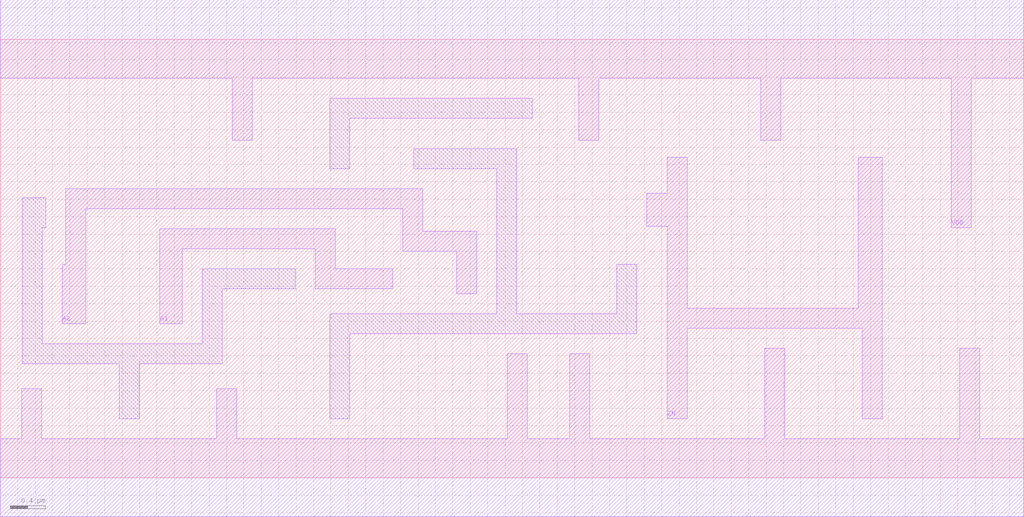
<source format=lef>
# Copyright 2022 GlobalFoundries PDK Authors
#
# Licensed under the Apache License, Version 2.0 (the "License");
# you may not use this file except in compliance with the License.
# You may obtain a copy of the License at
#
#      http://www.apache.org/licenses/LICENSE-2.0
#
# Unless required by applicable law or agreed to in writing, software
# distributed under the License is distributed on an "AS IS" BASIS,
# WITHOUT WARRANTIES OR CONDITIONS OF ANY KIND, either express or implied.
# See the License for the specific language governing permissions and
# limitations under the License.

MACRO gf180mcu_fd_sc_mcu9t5v0__xnor2_4
  CLASS core ;
  FOREIGN gf180mcu_fd_sc_mcu9t5v0__xnor2_4 0.0 0.0 ;
  ORIGIN 0 0 ;
  SYMMETRY X Y ;
  SITE GF018hv5v_green_sc9 ;
  SIZE 11.76 BY 5.04 ;
  PIN A1
    DIRECTION INPUT ;
    ANTENNAGATEAREA 2.1705 ;
    PORT
      LAYER Metal1 ;
        POLYGON 1.83 1.77 2.09 1.77 2.09 2.63 3.39 2.63 3.62 2.63 3.62 2.17 4.51 2.17 4.51 2.4 3.85 2.4 3.85 2.86 3.39 2.86 1.83 2.86  ;
    END
  END A1
  PIN A2
    DIRECTION INPUT ;
    ANTENNAGATEAREA 2.1705 ;
    PORT
      LAYER Metal1 ;
        POLYGON 0.71 1.77 0.985 1.77 0.985 3.09 3.39 3.09 4.625 3.09 4.625 2.6 5.245 2.6 5.245 2.115 5.475 2.115 5.475 2.83 4.855 2.83 4.855 3.32 3.39 3.32 0.755 3.32 0.755 2.455 0.71 2.455  ;
    END
  END A2
  PIN ZN
    DIRECTION OUTPUT ;
    ANTENNADIFFAREA 3.459 ;
    PORT
      LAYER Metal1 ;
        POLYGON 7.43 2.89 7.665 2.89 7.665 0.68 7.895 0.68 7.895 1.72 9.905 1.72 9.905 0.68 10.135 0.68 10.135 3.685 9.855 3.685 9.855 1.95 7.895 1.95 7.895 3.685 7.665 3.685 7.665 3.27 7.43 3.27  ;
    END
  END ZN
  PIN VDD
    DIRECTION INOUT ;
    USE power ;
    SHAPE ABUTMENT ;
    PORT
      LAYER Metal1 ;
        POLYGON 0 4.59 2.665 4.59 2.665 3.875 2.895 3.875 2.895 4.59 3.39 4.59 6.11 4.59 6.645 4.59 6.645 3.875 6.875 3.875 6.875 4.59 7.315 4.59 8.735 4.59 8.735 3.875 8.965 3.875 8.965 4.59 10.925 4.59 10.925 2.875 11.155 2.875 11.155 4.59 11.76 4.59 11.76 5.49 7.315 5.49 6.11 5.49 3.39 5.49 0 5.49  ;
    END
  END VDD
  PIN VSS
    DIRECTION INOUT ;
    USE ground ;
    SHAPE ABUTMENT ;
    PORT
      LAYER Metal1 ;
        POLYGON 0 -0.45 11.76 -0.45 11.76 0.45 11.255 0.45 11.255 1.49 11.025 1.49 11.025 0.45 9.015 0.45 9.015 1.49 8.785 1.49 8.785 0.45 6.775 0.45 6.775 1.425 6.545 1.425 6.545 0.45 6.055 0.45 6.055 1.425 5.825 1.425 5.825 0.45 2.715 0.45 2.715 1.02 2.485 1.02 2.485 0.45 0.475 0.45 0.475 1.02 0.245 1.02 0.245 0.45 0 0.45  ;
    END
  END VSS
  OBS
      LAYER Metal1 ;
        POLYGON 0.25 1.31 1.365 1.31 1.365 0.68 1.595 0.68 1.595 1.31 2.55 1.31 2.55 2.17 3.39 2.17 3.39 2.4 2.32 2.4 2.32 1.54 0.48 1.54 0.48 2.875 0.525 2.875 0.525 3.215 0.25 3.215  ;
        POLYGON 3.785 3.55 4.015 3.55 4.015 4.13 6.11 4.13 6.11 4.36 3.785 4.36  ;
        POLYGON 4.75 3.55 5.705 3.55 5.705 1.885 3.785 1.885 3.785 0.68 4.015 0.68 4.015 1.655 7.315 1.655 7.315 2.455 7.085 2.455 7.085 1.885 5.935 1.885 5.935 3.78 4.75 3.78  ;
  END
END gf180mcu_fd_sc_mcu9t5v0__xnor2_4

</source>
